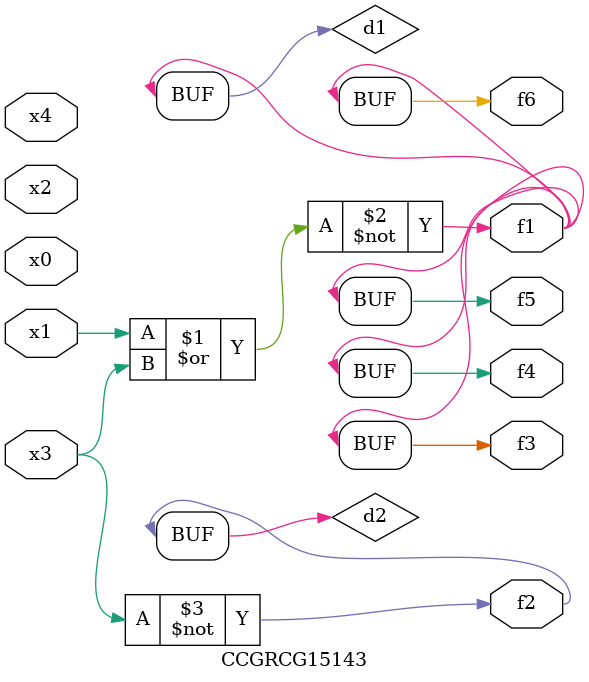
<source format=v>
module CCGRCG15143(
	input x0, x1, x2, x3, x4,
	output f1, f2, f3, f4, f5, f6
);

	wire d1, d2;

	nor (d1, x1, x3);
	not (d2, x3);
	assign f1 = d1;
	assign f2 = d2;
	assign f3 = d1;
	assign f4 = d1;
	assign f5 = d1;
	assign f6 = d1;
endmodule

</source>
